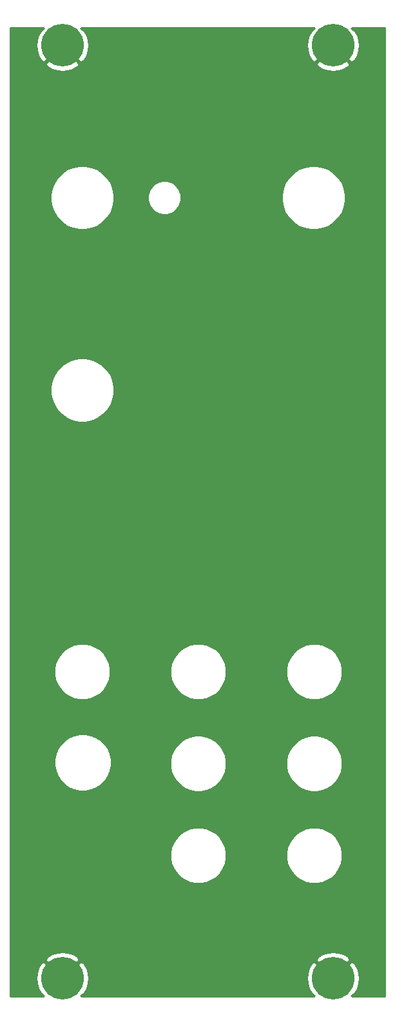
<source format=gbr>
%TF.GenerationSoftware,KiCad,Pcbnew,5.1.12-84ad8e8a86~92~ubuntu20.04.1*%
%TF.CreationDate,2021-12-18T13:57:56-05:00*%
%TF.ProjectId,front_panel,66726f6e-745f-4706-916e-656c2e6b6963,0*%
%TF.SameCoordinates,Original*%
%TF.FileFunction,Copper,L2,Bot*%
%TF.FilePolarity,Positive*%
%FSLAX46Y46*%
G04 Gerber Fmt 4.6, Leading zero omitted, Abs format (unit mm)*
G04 Created by KiCad (PCBNEW 5.1.12-84ad8e8a86~92~ubuntu20.04.1) date 2021-12-18 13:57:56*
%MOMM*%
%LPD*%
G01*
G04 APERTURE LIST*
%TA.AperFunction,ComponentPad*%
%ADD10C,5.600000*%
%TD*%
%TA.AperFunction,Conductor*%
%ADD11C,0.254000*%
%TD*%
%TA.AperFunction,Conductor*%
%ADD12C,0.100000*%
%TD*%
G04 APERTURE END LIST*
D10*
%TO.P,H4,1*%
%TO.N,GND*%
X43060000Y-125500000D03*
%TD*%
%TO.P,H3,1*%
%TO.N,GND*%
X43060000Y-3000000D03*
%TD*%
%TO.P,H2,1*%
%TO.N,GND*%
X7500000Y-125500000D03*
%TD*%
%TO.P,H1,1*%
%TO.N,GND*%
X7500000Y-3000000D03*
%TD*%
D11*
%TO.N,GND*%
X5083517Y-763125D02*
X4634823Y-1075308D01*
X4314388Y-1671259D01*
X4116374Y-2318273D01*
X4048390Y-2991484D01*
X4113051Y-3665023D01*
X4307870Y-4313006D01*
X4625361Y-4910530D01*
X4634823Y-4924692D01*
X5083519Y-5236876D01*
X7320395Y-3000000D01*
X7306253Y-2985858D01*
X7485858Y-2806253D01*
X7500000Y-2820395D01*
X7514143Y-2806253D01*
X7693748Y-2985858D01*
X7679605Y-3000000D01*
X9916481Y-5236876D01*
X10365177Y-4924692D01*
X10685612Y-4328741D01*
X10883626Y-3681727D01*
X10951610Y-3008516D01*
X10886949Y-2334977D01*
X10692130Y-1686994D01*
X10374639Y-1089470D01*
X10365177Y-1075308D01*
X9916483Y-763125D01*
X10019608Y-660000D01*
X40540392Y-660000D01*
X40643517Y-763125D01*
X40194823Y-1075308D01*
X39874388Y-1671259D01*
X39676374Y-2318273D01*
X39608390Y-2991484D01*
X39673051Y-3665023D01*
X39867870Y-4313006D01*
X40185361Y-4910530D01*
X40194823Y-4924692D01*
X40643519Y-5236876D01*
X42880395Y-3000000D01*
X42866253Y-2985858D01*
X43045858Y-2806253D01*
X43060000Y-2820395D01*
X43074143Y-2806253D01*
X43253748Y-2985858D01*
X43239605Y-3000000D01*
X45476481Y-5236876D01*
X45925177Y-4924692D01*
X46245612Y-4328741D01*
X46443626Y-3681727D01*
X46511610Y-3008516D01*
X46446949Y-2334977D01*
X46252130Y-1686994D01*
X45934639Y-1089470D01*
X45925177Y-1075308D01*
X45476483Y-763125D01*
X45579608Y-660000D01*
X49840000Y-660000D01*
X49840001Y-127840000D01*
X45579608Y-127840000D01*
X45476483Y-127736875D01*
X45925177Y-127424692D01*
X46245612Y-126828741D01*
X46443626Y-126181727D01*
X46511610Y-125508516D01*
X46446949Y-124834977D01*
X46252130Y-124186994D01*
X45934639Y-123589470D01*
X45925177Y-123575308D01*
X45476481Y-123263124D01*
X43239605Y-125500000D01*
X43253748Y-125514143D01*
X43074143Y-125693748D01*
X43060000Y-125679605D01*
X43045858Y-125693748D01*
X42866253Y-125514143D01*
X42880395Y-125500000D01*
X40643519Y-123263124D01*
X40194823Y-123575308D01*
X39874388Y-124171259D01*
X39676374Y-124818273D01*
X39608390Y-125491484D01*
X39673051Y-126165023D01*
X39867870Y-126813006D01*
X40185361Y-127410530D01*
X40194823Y-127424692D01*
X40643517Y-127736875D01*
X40540392Y-127840000D01*
X10019608Y-127840000D01*
X9916483Y-127736875D01*
X10365177Y-127424692D01*
X10685612Y-126828741D01*
X10883626Y-126181727D01*
X10951610Y-125508516D01*
X10886949Y-124834977D01*
X10692130Y-124186994D01*
X10374639Y-123589470D01*
X10365177Y-123575308D01*
X9916481Y-123263124D01*
X7679605Y-125500000D01*
X7693748Y-125514143D01*
X7514143Y-125693748D01*
X7500000Y-125679605D01*
X7485858Y-125693748D01*
X7306253Y-125514143D01*
X7320395Y-125500000D01*
X5083519Y-123263124D01*
X4634823Y-123575308D01*
X4314388Y-124171259D01*
X4116374Y-124818273D01*
X4048390Y-125491484D01*
X4113051Y-126165023D01*
X4307870Y-126813006D01*
X4625361Y-127410530D01*
X4634823Y-127424692D01*
X5083517Y-127736875D01*
X4980392Y-127840000D01*
X660000Y-127840000D01*
X660000Y-123083519D01*
X5263124Y-123083519D01*
X7500000Y-125320395D01*
X9736876Y-123083519D01*
X40823124Y-123083519D01*
X43060000Y-125320395D01*
X45296876Y-123083519D01*
X44984692Y-122634823D01*
X44388741Y-122314388D01*
X43741727Y-122116374D01*
X43068516Y-122048390D01*
X42394977Y-122113051D01*
X41746994Y-122307870D01*
X41149470Y-122625361D01*
X41135308Y-122634823D01*
X40823124Y-123083519D01*
X9736876Y-123083519D01*
X9424692Y-122634823D01*
X8828741Y-122314388D01*
X8181727Y-122116374D01*
X7508516Y-122048390D01*
X6834977Y-122113051D01*
X6186994Y-122307870D01*
X5589470Y-122625361D01*
X5575308Y-122634823D01*
X5263124Y-123083519D01*
X660000Y-123083519D01*
X660000Y-108994396D01*
X21627961Y-108994396D01*
X21627961Y-109725604D01*
X21770613Y-110442762D01*
X22050434Y-111118310D01*
X22456671Y-111726287D01*
X22973713Y-112243329D01*
X23581690Y-112649566D01*
X24257238Y-112929387D01*
X24974396Y-113072039D01*
X25705604Y-113072039D01*
X26422762Y-112929387D01*
X27098310Y-112649566D01*
X27706287Y-112243329D01*
X28223329Y-111726287D01*
X28629566Y-111118310D01*
X28909387Y-110442762D01*
X29052039Y-109725604D01*
X29052039Y-108994396D01*
X36867961Y-108994396D01*
X36867961Y-109725604D01*
X37010613Y-110442762D01*
X37290434Y-111118310D01*
X37696671Y-111726287D01*
X38213713Y-112243329D01*
X38821690Y-112649566D01*
X39497238Y-112929387D01*
X40214396Y-113072039D01*
X40945604Y-113072039D01*
X41662762Y-112929387D01*
X42338310Y-112649566D01*
X42946287Y-112243329D01*
X43463329Y-111726287D01*
X43869566Y-111118310D01*
X44149387Y-110442762D01*
X44292039Y-109725604D01*
X44292039Y-108994396D01*
X44149387Y-108277238D01*
X43869566Y-107601690D01*
X43463329Y-106993713D01*
X42946287Y-106476671D01*
X42338310Y-106070434D01*
X41662762Y-105790613D01*
X40945604Y-105647961D01*
X40214396Y-105647961D01*
X39497238Y-105790613D01*
X38821690Y-106070434D01*
X38213713Y-106476671D01*
X37696671Y-106993713D01*
X37290434Y-107601690D01*
X37010613Y-108277238D01*
X36867961Y-108994396D01*
X29052039Y-108994396D01*
X28909387Y-108277238D01*
X28629566Y-107601690D01*
X28223329Y-106993713D01*
X27706287Y-106476671D01*
X27098310Y-106070434D01*
X26422762Y-105790613D01*
X25705604Y-105647961D01*
X24974396Y-105647961D01*
X24257238Y-105790613D01*
X23581690Y-106070434D01*
X22973713Y-106476671D01*
X22456671Y-106993713D01*
X22050434Y-107601690D01*
X21770613Y-108277238D01*
X21627961Y-108994396D01*
X660000Y-108994396D01*
X660000Y-96784495D01*
X6398202Y-96784495D01*
X6398202Y-97525505D01*
X6542766Y-98252276D01*
X6826338Y-98936880D01*
X7238020Y-99553007D01*
X7761993Y-100076980D01*
X8378120Y-100488662D01*
X9062724Y-100772234D01*
X9789495Y-100916798D01*
X10530505Y-100916798D01*
X11257276Y-100772234D01*
X11941880Y-100488662D01*
X12558007Y-100076980D01*
X13081980Y-99553007D01*
X13493662Y-98936880D01*
X13777234Y-98252276D01*
X13921798Y-97525505D01*
X13921798Y-96929396D01*
X21627961Y-96929396D01*
X21627961Y-97660604D01*
X21770613Y-98377762D01*
X22050434Y-99053310D01*
X22456671Y-99661287D01*
X22973713Y-100178329D01*
X23581690Y-100584566D01*
X24257238Y-100864387D01*
X24974396Y-101007039D01*
X25705604Y-101007039D01*
X26422762Y-100864387D01*
X27098310Y-100584566D01*
X27706287Y-100178329D01*
X28223329Y-99661287D01*
X28629566Y-99053310D01*
X28909387Y-98377762D01*
X29052039Y-97660604D01*
X29052039Y-96929396D01*
X36867961Y-96929396D01*
X36867961Y-97660604D01*
X37010613Y-98377762D01*
X37290434Y-99053310D01*
X37696671Y-99661287D01*
X38213713Y-100178329D01*
X38821690Y-100584566D01*
X39497238Y-100864387D01*
X40214396Y-101007039D01*
X40945604Y-101007039D01*
X41662762Y-100864387D01*
X42338310Y-100584566D01*
X42946287Y-100178329D01*
X43463329Y-99661287D01*
X43869566Y-99053310D01*
X44149387Y-98377762D01*
X44292039Y-97660604D01*
X44292039Y-96929396D01*
X44149387Y-96212238D01*
X43869566Y-95536690D01*
X43463329Y-94928713D01*
X42946287Y-94411671D01*
X42338310Y-94005434D01*
X41662762Y-93725613D01*
X40945604Y-93582961D01*
X40214396Y-93582961D01*
X39497238Y-93725613D01*
X38821690Y-94005434D01*
X38213713Y-94411671D01*
X37696671Y-94928713D01*
X37290434Y-95536690D01*
X37010613Y-96212238D01*
X36867961Y-96929396D01*
X29052039Y-96929396D01*
X28909387Y-96212238D01*
X28629566Y-95536690D01*
X28223329Y-94928713D01*
X27706287Y-94411671D01*
X27098310Y-94005434D01*
X26422762Y-93725613D01*
X25705604Y-93582961D01*
X24974396Y-93582961D01*
X24257238Y-93725613D01*
X23581690Y-94005434D01*
X22973713Y-94411671D01*
X22456671Y-94928713D01*
X22050434Y-95536690D01*
X21770613Y-96212238D01*
X21627961Y-96929396D01*
X13921798Y-96929396D01*
X13921798Y-96784495D01*
X13777234Y-96057724D01*
X13493662Y-95373120D01*
X13081980Y-94756993D01*
X12558007Y-94233020D01*
X11941880Y-93821338D01*
X11257276Y-93537766D01*
X10530505Y-93393202D01*
X9789495Y-93393202D01*
X9062724Y-93537766D01*
X8378120Y-93821338D01*
X7761993Y-94233020D01*
X7238020Y-94756993D01*
X6826338Y-95373120D01*
X6542766Y-96057724D01*
X6398202Y-96784495D01*
X660000Y-96784495D01*
X660000Y-84864396D01*
X6387961Y-84864396D01*
X6387961Y-85595604D01*
X6530613Y-86312762D01*
X6810434Y-86988310D01*
X7216671Y-87596287D01*
X7733713Y-88113329D01*
X8341690Y-88519566D01*
X9017238Y-88799387D01*
X9734396Y-88942039D01*
X10465604Y-88942039D01*
X11182762Y-88799387D01*
X11858310Y-88519566D01*
X12466287Y-88113329D01*
X12983329Y-87596287D01*
X13389566Y-86988310D01*
X13669387Y-86312762D01*
X13812039Y-85595604D01*
X13812039Y-84864396D01*
X21627961Y-84864396D01*
X21627961Y-85595604D01*
X21770613Y-86312762D01*
X22050434Y-86988310D01*
X22456671Y-87596287D01*
X22973713Y-88113329D01*
X23581690Y-88519566D01*
X24257238Y-88799387D01*
X24974396Y-88942039D01*
X25705604Y-88942039D01*
X26422762Y-88799387D01*
X27098310Y-88519566D01*
X27706287Y-88113329D01*
X28223329Y-87596287D01*
X28629566Y-86988310D01*
X28909387Y-86312762D01*
X29052039Y-85595604D01*
X29052039Y-84864396D01*
X36867961Y-84864396D01*
X36867961Y-85595604D01*
X37010613Y-86312762D01*
X37290434Y-86988310D01*
X37696671Y-87596287D01*
X38213713Y-88113329D01*
X38821690Y-88519566D01*
X39497238Y-88799387D01*
X40214396Y-88942039D01*
X40945604Y-88942039D01*
X41662762Y-88799387D01*
X42338310Y-88519566D01*
X42946287Y-88113329D01*
X43463329Y-87596287D01*
X43869566Y-86988310D01*
X44149387Y-86312762D01*
X44292039Y-85595604D01*
X44292039Y-84864396D01*
X44149387Y-84147238D01*
X43869566Y-83471690D01*
X43463329Y-82863713D01*
X42946287Y-82346671D01*
X42338310Y-81940434D01*
X41662762Y-81660613D01*
X40945604Y-81517961D01*
X40214396Y-81517961D01*
X39497238Y-81660613D01*
X38821690Y-81940434D01*
X38213713Y-82346671D01*
X37696671Y-82863713D01*
X37290434Y-83471690D01*
X37010613Y-84147238D01*
X36867961Y-84864396D01*
X29052039Y-84864396D01*
X28909387Y-84147238D01*
X28629566Y-83471690D01*
X28223329Y-82863713D01*
X27706287Y-82346671D01*
X27098310Y-81940434D01*
X26422762Y-81660613D01*
X25705604Y-81517961D01*
X24974396Y-81517961D01*
X24257238Y-81660613D01*
X23581690Y-81940434D01*
X22973713Y-82346671D01*
X22456671Y-82863713D01*
X22050434Y-83471690D01*
X21770613Y-84147238D01*
X21627961Y-84864396D01*
X13812039Y-84864396D01*
X13669387Y-84147238D01*
X13389566Y-83471690D01*
X12983329Y-82863713D01*
X12466287Y-82346671D01*
X11858310Y-81940434D01*
X11182762Y-81660613D01*
X10465604Y-81517961D01*
X9734396Y-81517961D01*
X9017238Y-81660613D01*
X8341690Y-81940434D01*
X7733713Y-82346671D01*
X7216671Y-82863713D01*
X6810434Y-83471690D01*
X6530613Y-84147238D01*
X6387961Y-84864396D01*
X660000Y-84864396D01*
X660000Y-47845387D01*
X5890369Y-47845387D01*
X5890369Y-48674613D01*
X6052142Y-49487904D01*
X6369473Y-50254008D01*
X6830166Y-50943484D01*
X7416516Y-51529834D01*
X8105992Y-51990527D01*
X8872096Y-52307858D01*
X9685387Y-52469631D01*
X10514613Y-52469631D01*
X11327904Y-52307858D01*
X12094008Y-51990527D01*
X12783484Y-51529834D01*
X13369834Y-50943484D01*
X13830527Y-50254008D01*
X14147858Y-49487904D01*
X14309631Y-48674613D01*
X14309631Y-47845387D01*
X14147858Y-47032096D01*
X13830527Y-46265992D01*
X13369834Y-45576516D01*
X12783484Y-44990166D01*
X12094008Y-44529473D01*
X11327904Y-44212142D01*
X10514613Y-44050369D01*
X9685387Y-44050369D01*
X8872096Y-44212142D01*
X8105992Y-44529473D01*
X7416516Y-44990166D01*
X6830166Y-45576516D01*
X6369473Y-46265992D01*
X6052142Y-47032096D01*
X5890369Y-47845387D01*
X660000Y-47845387D01*
X660000Y-22585387D01*
X5890369Y-22585387D01*
X5890369Y-23414613D01*
X6052142Y-24227904D01*
X6369473Y-24994008D01*
X6830166Y-25683484D01*
X7416516Y-26269834D01*
X8105992Y-26730527D01*
X8872096Y-27047858D01*
X9685387Y-27209631D01*
X10514613Y-27209631D01*
X11327904Y-27047858D01*
X12094008Y-26730527D01*
X12783484Y-26269834D01*
X13369834Y-25683484D01*
X13830527Y-24994008D01*
X14147858Y-24227904D01*
X14309631Y-23414613D01*
X14309631Y-22781422D01*
X18675738Y-22781422D01*
X18675738Y-23218578D01*
X18761023Y-23647335D01*
X18928316Y-24051215D01*
X19171187Y-24414697D01*
X19480303Y-24723813D01*
X19843785Y-24966684D01*
X20247665Y-25133977D01*
X20676422Y-25219262D01*
X21113578Y-25219262D01*
X21542335Y-25133977D01*
X21946215Y-24966684D01*
X22309697Y-24723813D01*
X22618813Y-24414697D01*
X22861684Y-24051215D01*
X23028977Y-23647335D01*
X23114262Y-23218578D01*
X23114262Y-22781422D01*
X23075269Y-22585387D01*
X36280369Y-22585387D01*
X36280369Y-23414613D01*
X36442142Y-24227904D01*
X36759473Y-24994008D01*
X37220166Y-25683484D01*
X37806516Y-26269834D01*
X38495992Y-26730527D01*
X39262096Y-27047858D01*
X40075387Y-27209631D01*
X40904613Y-27209631D01*
X41717904Y-27047858D01*
X42484008Y-26730527D01*
X43173484Y-26269834D01*
X43759834Y-25683484D01*
X44220527Y-24994008D01*
X44537858Y-24227904D01*
X44699631Y-23414613D01*
X44699631Y-22585387D01*
X44537858Y-21772096D01*
X44220527Y-21005992D01*
X43759834Y-20316516D01*
X43173484Y-19730166D01*
X42484008Y-19269473D01*
X41717904Y-18952142D01*
X40904613Y-18790369D01*
X40075387Y-18790369D01*
X39262096Y-18952142D01*
X38495992Y-19269473D01*
X37806516Y-19730166D01*
X37220166Y-20316516D01*
X36759473Y-21005992D01*
X36442142Y-21772096D01*
X36280369Y-22585387D01*
X23075269Y-22585387D01*
X23028977Y-22352665D01*
X22861684Y-21948785D01*
X22618813Y-21585303D01*
X22309697Y-21276187D01*
X21946215Y-21033316D01*
X21542335Y-20866023D01*
X21113578Y-20780738D01*
X20676422Y-20780738D01*
X20247665Y-20866023D01*
X19843785Y-21033316D01*
X19480303Y-21276187D01*
X19171187Y-21585303D01*
X18928316Y-21948785D01*
X18761023Y-22352665D01*
X18675738Y-22781422D01*
X14309631Y-22781422D01*
X14309631Y-22585387D01*
X14147858Y-21772096D01*
X13830527Y-21005992D01*
X13369834Y-20316516D01*
X12783484Y-19730166D01*
X12094008Y-19269473D01*
X11327904Y-18952142D01*
X10514613Y-18790369D01*
X9685387Y-18790369D01*
X8872096Y-18952142D01*
X8105992Y-19269473D01*
X7416516Y-19730166D01*
X6830166Y-20316516D01*
X6369473Y-21005992D01*
X6052142Y-21772096D01*
X5890369Y-22585387D01*
X660000Y-22585387D01*
X660000Y-5416481D01*
X5263124Y-5416481D01*
X5575308Y-5865177D01*
X6171259Y-6185612D01*
X6818273Y-6383626D01*
X7491484Y-6451610D01*
X8165023Y-6386949D01*
X8813006Y-6192130D01*
X9410530Y-5874639D01*
X9424692Y-5865177D01*
X9736876Y-5416481D01*
X40823124Y-5416481D01*
X41135308Y-5865177D01*
X41731259Y-6185612D01*
X42378273Y-6383626D01*
X43051484Y-6451610D01*
X43725023Y-6386949D01*
X44373006Y-6192130D01*
X44970530Y-5874639D01*
X44984692Y-5865177D01*
X45296876Y-5416481D01*
X43060000Y-3179605D01*
X40823124Y-5416481D01*
X9736876Y-5416481D01*
X7500000Y-3179605D01*
X5263124Y-5416481D01*
X660000Y-5416481D01*
X660000Y-660000D01*
X4980392Y-660000D01*
X5083517Y-763125D01*
%TA.AperFunction,Conductor*%
D12*
G36*
X5083517Y-763125D02*
G01*
X4634823Y-1075308D01*
X4314388Y-1671259D01*
X4116374Y-2318273D01*
X4048390Y-2991484D01*
X4113051Y-3665023D01*
X4307870Y-4313006D01*
X4625361Y-4910530D01*
X4634823Y-4924692D01*
X5083519Y-5236876D01*
X7320395Y-3000000D01*
X7306253Y-2985858D01*
X7485858Y-2806253D01*
X7500000Y-2820395D01*
X7514143Y-2806253D01*
X7693748Y-2985858D01*
X7679605Y-3000000D01*
X9916481Y-5236876D01*
X10365177Y-4924692D01*
X10685612Y-4328741D01*
X10883626Y-3681727D01*
X10951610Y-3008516D01*
X10886949Y-2334977D01*
X10692130Y-1686994D01*
X10374639Y-1089470D01*
X10365177Y-1075308D01*
X9916483Y-763125D01*
X10019608Y-660000D01*
X40540392Y-660000D01*
X40643517Y-763125D01*
X40194823Y-1075308D01*
X39874388Y-1671259D01*
X39676374Y-2318273D01*
X39608390Y-2991484D01*
X39673051Y-3665023D01*
X39867870Y-4313006D01*
X40185361Y-4910530D01*
X40194823Y-4924692D01*
X40643519Y-5236876D01*
X42880395Y-3000000D01*
X42866253Y-2985858D01*
X43045858Y-2806253D01*
X43060000Y-2820395D01*
X43074143Y-2806253D01*
X43253748Y-2985858D01*
X43239605Y-3000000D01*
X45476481Y-5236876D01*
X45925177Y-4924692D01*
X46245612Y-4328741D01*
X46443626Y-3681727D01*
X46511610Y-3008516D01*
X46446949Y-2334977D01*
X46252130Y-1686994D01*
X45934639Y-1089470D01*
X45925177Y-1075308D01*
X45476483Y-763125D01*
X45579608Y-660000D01*
X49840000Y-660000D01*
X49840001Y-127840000D01*
X45579608Y-127840000D01*
X45476483Y-127736875D01*
X45925177Y-127424692D01*
X46245612Y-126828741D01*
X46443626Y-126181727D01*
X46511610Y-125508516D01*
X46446949Y-124834977D01*
X46252130Y-124186994D01*
X45934639Y-123589470D01*
X45925177Y-123575308D01*
X45476481Y-123263124D01*
X43239605Y-125500000D01*
X43253748Y-125514143D01*
X43074143Y-125693748D01*
X43060000Y-125679605D01*
X43045858Y-125693748D01*
X42866253Y-125514143D01*
X42880395Y-125500000D01*
X40643519Y-123263124D01*
X40194823Y-123575308D01*
X39874388Y-124171259D01*
X39676374Y-124818273D01*
X39608390Y-125491484D01*
X39673051Y-126165023D01*
X39867870Y-126813006D01*
X40185361Y-127410530D01*
X40194823Y-127424692D01*
X40643517Y-127736875D01*
X40540392Y-127840000D01*
X10019608Y-127840000D01*
X9916483Y-127736875D01*
X10365177Y-127424692D01*
X10685612Y-126828741D01*
X10883626Y-126181727D01*
X10951610Y-125508516D01*
X10886949Y-124834977D01*
X10692130Y-124186994D01*
X10374639Y-123589470D01*
X10365177Y-123575308D01*
X9916481Y-123263124D01*
X7679605Y-125500000D01*
X7693748Y-125514143D01*
X7514143Y-125693748D01*
X7500000Y-125679605D01*
X7485858Y-125693748D01*
X7306253Y-125514143D01*
X7320395Y-125500000D01*
X5083519Y-123263124D01*
X4634823Y-123575308D01*
X4314388Y-124171259D01*
X4116374Y-124818273D01*
X4048390Y-125491484D01*
X4113051Y-126165023D01*
X4307870Y-126813006D01*
X4625361Y-127410530D01*
X4634823Y-127424692D01*
X5083517Y-127736875D01*
X4980392Y-127840000D01*
X660000Y-127840000D01*
X660000Y-123083519D01*
X5263124Y-123083519D01*
X7500000Y-125320395D01*
X9736876Y-123083519D01*
X40823124Y-123083519D01*
X43060000Y-125320395D01*
X45296876Y-123083519D01*
X44984692Y-122634823D01*
X44388741Y-122314388D01*
X43741727Y-122116374D01*
X43068516Y-122048390D01*
X42394977Y-122113051D01*
X41746994Y-122307870D01*
X41149470Y-122625361D01*
X41135308Y-122634823D01*
X40823124Y-123083519D01*
X9736876Y-123083519D01*
X9424692Y-122634823D01*
X8828741Y-122314388D01*
X8181727Y-122116374D01*
X7508516Y-122048390D01*
X6834977Y-122113051D01*
X6186994Y-122307870D01*
X5589470Y-122625361D01*
X5575308Y-122634823D01*
X5263124Y-123083519D01*
X660000Y-123083519D01*
X660000Y-108994396D01*
X21627961Y-108994396D01*
X21627961Y-109725604D01*
X21770613Y-110442762D01*
X22050434Y-111118310D01*
X22456671Y-111726287D01*
X22973713Y-112243329D01*
X23581690Y-112649566D01*
X24257238Y-112929387D01*
X24974396Y-113072039D01*
X25705604Y-113072039D01*
X26422762Y-112929387D01*
X27098310Y-112649566D01*
X27706287Y-112243329D01*
X28223329Y-111726287D01*
X28629566Y-111118310D01*
X28909387Y-110442762D01*
X29052039Y-109725604D01*
X29052039Y-108994396D01*
X36867961Y-108994396D01*
X36867961Y-109725604D01*
X37010613Y-110442762D01*
X37290434Y-111118310D01*
X37696671Y-111726287D01*
X38213713Y-112243329D01*
X38821690Y-112649566D01*
X39497238Y-112929387D01*
X40214396Y-113072039D01*
X40945604Y-113072039D01*
X41662762Y-112929387D01*
X42338310Y-112649566D01*
X42946287Y-112243329D01*
X43463329Y-111726287D01*
X43869566Y-111118310D01*
X44149387Y-110442762D01*
X44292039Y-109725604D01*
X44292039Y-108994396D01*
X44149387Y-108277238D01*
X43869566Y-107601690D01*
X43463329Y-106993713D01*
X42946287Y-106476671D01*
X42338310Y-106070434D01*
X41662762Y-105790613D01*
X40945604Y-105647961D01*
X40214396Y-105647961D01*
X39497238Y-105790613D01*
X38821690Y-106070434D01*
X38213713Y-106476671D01*
X37696671Y-106993713D01*
X37290434Y-107601690D01*
X37010613Y-108277238D01*
X36867961Y-108994396D01*
X29052039Y-108994396D01*
X28909387Y-108277238D01*
X28629566Y-107601690D01*
X28223329Y-106993713D01*
X27706287Y-106476671D01*
X27098310Y-106070434D01*
X26422762Y-105790613D01*
X25705604Y-105647961D01*
X24974396Y-105647961D01*
X24257238Y-105790613D01*
X23581690Y-106070434D01*
X22973713Y-106476671D01*
X22456671Y-106993713D01*
X22050434Y-107601690D01*
X21770613Y-108277238D01*
X21627961Y-108994396D01*
X660000Y-108994396D01*
X660000Y-96784495D01*
X6398202Y-96784495D01*
X6398202Y-97525505D01*
X6542766Y-98252276D01*
X6826338Y-98936880D01*
X7238020Y-99553007D01*
X7761993Y-100076980D01*
X8378120Y-100488662D01*
X9062724Y-100772234D01*
X9789495Y-100916798D01*
X10530505Y-100916798D01*
X11257276Y-100772234D01*
X11941880Y-100488662D01*
X12558007Y-100076980D01*
X13081980Y-99553007D01*
X13493662Y-98936880D01*
X13777234Y-98252276D01*
X13921798Y-97525505D01*
X13921798Y-96929396D01*
X21627961Y-96929396D01*
X21627961Y-97660604D01*
X21770613Y-98377762D01*
X22050434Y-99053310D01*
X22456671Y-99661287D01*
X22973713Y-100178329D01*
X23581690Y-100584566D01*
X24257238Y-100864387D01*
X24974396Y-101007039D01*
X25705604Y-101007039D01*
X26422762Y-100864387D01*
X27098310Y-100584566D01*
X27706287Y-100178329D01*
X28223329Y-99661287D01*
X28629566Y-99053310D01*
X28909387Y-98377762D01*
X29052039Y-97660604D01*
X29052039Y-96929396D01*
X36867961Y-96929396D01*
X36867961Y-97660604D01*
X37010613Y-98377762D01*
X37290434Y-99053310D01*
X37696671Y-99661287D01*
X38213713Y-100178329D01*
X38821690Y-100584566D01*
X39497238Y-100864387D01*
X40214396Y-101007039D01*
X40945604Y-101007039D01*
X41662762Y-100864387D01*
X42338310Y-100584566D01*
X42946287Y-100178329D01*
X43463329Y-99661287D01*
X43869566Y-99053310D01*
X44149387Y-98377762D01*
X44292039Y-97660604D01*
X44292039Y-96929396D01*
X44149387Y-96212238D01*
X43869566Y-95536690D01*
X43463329Y-94928713D01*
X42946287Y-94411671D01*
X42338310Y-94005434D01*
X41662762Y-93725613D01*
X40945604Y-93582961D01*
X40214396Y-93582961D01*
X39497238Y-93725613D01*
X38821690Y-94005434D01*
X38213713Y-94411671D01*
X37696671Y-94928713D01*
X37290434Y-95536690D01*
X37010613Y-96212238D01*
X36867961Y-96929396D01*
X29052039Y-96929396D01*
X28909387Y-96212238D01*
X28629566Y-95536690D01*
X28223329Y-94928713D01*
X27706287Y-94411671D01*
X27098310Y-94005434D01*
X26422762Y-93725613D01*
X25705604Y-93582961D01*
X24974396Y-93582961D01*
X24257238Y-93725613D01*
X23581690Y-94005434D01*
X22973713Y-94411671D01*
X22456671Y-94928713D01*
X22050434Y-95536690D01*
X21770613Y-96212238D01*
X21627961Y-96929396D01*
X13921798Y-96929396D01*
X13921798Y-96784495D01*
X13777234Y-96057724D01*
X13493662Y-95373120D01*
X13081980Y-94756993D01*
X12558007Y-94233020D01*
X11941880Y-93821338D01*
X11257276Y-93537766D01*
X10530505Y-93393202D01*
X9789495Y-93393202D01*
X9062724Y-93537766D01*
X8378120Y-93821338D01*
X7761993Y-94233020D01*
X7238020Y-94756993D01*
X6826338Y-95373120D01*
X6542766Y-96057724D01*
X6398202Y-96784495D01*
X660000Y-96784495D01*
X660000Y-84864396D01*
X6387961Y-84864396D01*
X6387961Y-85595604D01*
X6530613Y-86312762D01*
X6810434Y-86988310D01*
X7216671Y-87596287D01*
X7733713Y-88113329D01*
X8341690Y-88519566D01*
X9017238Y-88799387D01*
X9734396Y-88942039D01*
X10465604Y-88942039D01*
X11182762Y-88799387D01*
X11858310Y-88519566D01*
X12466287Y-88113329D01*
X12983329Y-87596287D01*
X13389566Y-86988310D01*
X13669387Y-86312762D01*
X13812039Y-85595604D01*
X13812039Y-84864396D01*
X21627961Y-84864396D01*
X21627961Y-85595604D01*
X21770613Y-86312762D01*
X22050434Y-86988310D01*
X22456671Y-87596287D01*
X22973713Y-88113329D01*
X23581690Y-88519566D01*
X24257238Y-88799387D01*
X24974396Y-88942039D01*
X25705604Y-88942039D01*
X26422762Y-88799387D01*
X27098310Y-88519566D01*
X27706287Y-88113329D01*
X28223329Y-87596287D01*
X28629566Y-86988310D01*
X28909387Y-86312762D01*
X29052039Y-85595604D01*
X29052039Y-84864396D01*
X36867961Y-84864396D01*
X36867961Y-85595604D01*
X37010613Y-86312762D01*
X37290434Y-86988310D01*
X37696671Y-87596287D01*
X38213713Y-88113329D01*
X38821690Y-88519566D01*
X39497238Y-88799387D01*
X40214396Y-88942039D01*
X40945604Y-88942039D01*
X41662762Y-88799387D01*
X42338310Y-88519566D01*
X42946287Y-88113329D01*
X43463329Y-87596287D01*
X43869566Y-86988310D01*
X44149387Y-86312762D01*
X44292039Y-85595604D01*
X44292039Y-84864396D01*
X44149387Y-84147238D01*
X43869566Y-83471690D01*
X43463329Y-82863713D01*
X42946287Y-82346671D01*
X42338310Y-81940434D01*
X41662762Y-81660613D01*
X40945604Y-81517961D01*
X40214396Y-81517961D01*
X39497238Y-81660613D01*
X38821690Y-81940434D01*
X38213713Y-82346671D01*
X37696671Y-82863713D01*
X37290434Y-83471690D01*
X37010613Y-84147238D01*
X36867961Y-84864396D01*
X29052039Y-84864396D01*
X28909387Y-84147238D01*
X28629566Y-83471690D01*
X28223329Y-82863713D01*
X27706287Y-82346671D01*
X27098310Y-81940434D01*
X26422762Y-81660613D01*
X25705604Y-81517961D01*
X24974396Y-81517961D01*
X24257238Y-81660613D01*
X23581690Y-81940434D01*
X22973713Y-82346671D01*
X22456671Y-82863713D01*
X22050434Y-83471690D01*
X21770613Y-84147238D01*
X21627961Y-84864396D01*
X13812039Y-84864396D01*
X13669387Y-84147238D01*
X13389566Y-83471690D01*
X12983329Y-82863713D01*
X12466287Y-82346671D01*
X11858310Y-81940434D01*
X11182762Y-81660613D01*
X10465604Y-81517961D01*
X9734396Y-81517961D01*
X9017238Y-81660613D01*
X8341690Y-81940434D01*
X7733713Y-82346671D01*
X7216671Y-82863713D01*
X6810434Y-83471690D01*
X6530613Y-84147238D01*
X6387961Y-84864396D01*
X660000Y-84864396D01*
X660000Y-47845387D01*
X5890369Y-47845387D01*
X5890369Y-48674613D01*
X6052142Y-49487904D01*
X6369473Y-50254008D01*
X6830166Y-50943484D01*
X7416516Y-51529834D01*
X8105992Y-51990527D01*
X8872096Y-52307858D01*
X9685387Y-52469631D01*
X10514613Y-52469631D01*
X11327904Y-52307858D01*
X12094008Y-51990527D01*
X12783484Y-51529834D01*
X13369834Y-50943484D01*
X13830527Y-50254008D01*
X14147858Y-49487904D01*
X14309631Y-48674613D01*
X14309631Y-47845387D01*
X14147858Y-47032096D01*
X13830527Y-46265992D01*
X13369834Y-45576516D01*
X12783484Y-44990166D01*
X12094008Y-44529473D01*
X11327904Y-44212142D01*
X10514613Y-44050369D01*
X9685387Y-44050369D01*
X8872096Y-44212142D01*
X8105992Y-44529473D01*
X7416516Y-44990166D01*
X6830166Y-45576516D01*
X6369473Y-46265992D01*
X6052142Y-47032096D01*
X5890369Y-47845387D01*
X660000Y-47845387D01*
X660000Y-22585387D01*
X5890369Y-22585387D01*
X5890369Y-23414613D01*
X6052142Y-24227904D01*
X6369473Y-24994008D01*
X6830166Y-25683484D01*
X7416516Y-26269834D01*
X8105992Y-26730527D01*
X8872096Y-27047858D01*
X9685387Y-27209631D01*
X10514613Y-27209631D01*
X11327904Y-27047858D01*
X12094008Y-26730527D01*
X12783484Y-26269834D01*
X13369834Y-25683484D01*
X13830527Y-24994008D01*
X14147858Y-24227904D01*
X14309631Y-23414613D01*
X14309631Y-22781422D01*
X18675738Y-22781422D01*
X18675738Y-23218578D01*
X18761023Y-23647335D01*
X18928316Y-24051215D01*
X19171187Y-24414697D01*
X19480303Y-24723813D01*
X19843785Y-24966684D01*
X20247665Y-25133977D01*
X20676422Y-25219262D01*
X21113578Y-25219262D01*
X21542335Y-25133977D01*
X21946215Y-24966684D01*
X22309697Y-24723813D01*
X22618813Y-24414697D01*
X22861684Y-24051215D01*
X23028977Y-23647335D01*
X23114262Y-23218578D01*
X23114262Y-22781422D01*
X23075269Y-22585387D01*
X36280369Y-22585387D01*
X36280369Y-23414613D01*
X36442142Y-24227904D01*
X36759473Y-24994008D01*
X37220166Y-25683484D01*
X37806516Y-26269834D01*
X38495992Y-26730527D01*
X39262096Y-27047858D01*
X40075387Y-27209631D01*
X40904613Y-27209631D01*
X41717904Y-27047858D01*
X42484008Y-26730527D01*
X43173484Y-26269834D01*
X43759834Y-25683484D01*
X44220527Y-24994008D01*
X44537858Y-24227904D01*
X44699631Y-23414613D01*
X44699631Y-22585387D01*
X44537858Y-21772096D01*
X44220527Y-21005992D01*
X43759834Y-20316516D01*
X43173484Y-19730166D01*
X42484008Y-19269473D01*
X41717904Y-18952142D01*
X40904613Y-18790369D01*
X40075387Y-18790369D01*
X39262096Y-18952142D01*
X38495992Y-19269473D01*
X37806516Y-19730166D01*
X37220166Y-20316516D01*
X36759473Y-21005992D01*
X36442142Y-21772096D01*
X36280369Y-22585387D01*
X23075269Y-22585387D01*
X23028977Y-22352665D01*
X22861684Y-21948785D01*
X22618813Y-21585303D01*
X22309697Y-21276187D01*
X21946215Y-21033316D01*
X21542335Y-20866023D01*
X21113578Y-20780738D01*
X20676422Y-20780738D01*
X20247665Y-20866023D01*
X19843785Y-21033316D01*
X19480303Y-21276187D01*
X19171187Y-21585303D01*
X18928316Y-21948785D01*
X18761023Y-22352665D01*
X18675738Y-22781422D01*
X14309631Y-22781422D01*
X14309631Y-22585387D01*
X14147858Y-21772096D01*
X13830527Y-21005992D01*
X13369834Y-20316516D01*
X12783484Y-19730166D01*
X12094008Y-19269473D01*
X11327904Y-18952142D01*
X10514613Y-18790369D01*
X9685387Y-18790369D01*
X8872096Y-18952142D01*
X8105992Y-19269473D01*
X7416516Y-19730166D01*
X6830166Y-20316516D01*
X6369473Y-21005992D01*
X6052142Y-21772096D01*
X5890369Y-22585387D01*
X660000Y-22585387D01*
X660000Y-5416481D01*
X5263124Y-5416481D01*
X5575308Y-5865177D01*
X6171259Y-6185612D01*
X6818273Y-6383626D01*
X7491484Y-6451610D01*
X8165023Y-6386949D01*
X8813006Y-6192130D01*
X9410530Y-5874639D01*
X9424692Y-5865177D01*
X9736876Y-5416481D01*
X40823124Y-5416481D01*
X41135308Y-5865177D01*
X41731259Y-6185612D01*
X42378273Y-6383626D01*
X43051484Y-6451610D01*
X43725023Y-6386949D01*
X44373006Y-6192130D01*
X44970530Y-5874639D01*
X44984692Y-5865177D01*
X45296876Y-5416481D01*
X43060000Y-3179605D01*
X40823124Y-5416481D01*
X9736876Y-5416481D01*
X7500000Y-3179605D01*
X5263124Y-5416481D01*
X660000Y-5416481D01*
X660000Y-660000D01*
X4980392Y-660000D01*
X5083517Y-763125D01*
G37*
%TD.AperFunction*%
%TD*%
M02*

</source>
